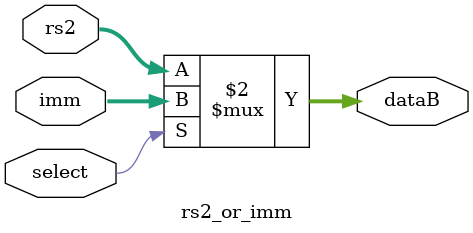
<source format=v>
module rs2_or_imm(
	input [31:0] rs2, imm,
	input select,
	output reg [31:0] dataB
);
	always @(*)
	begin
		dataB = select ? imm : rs2;
	end
endmodule

</source>
